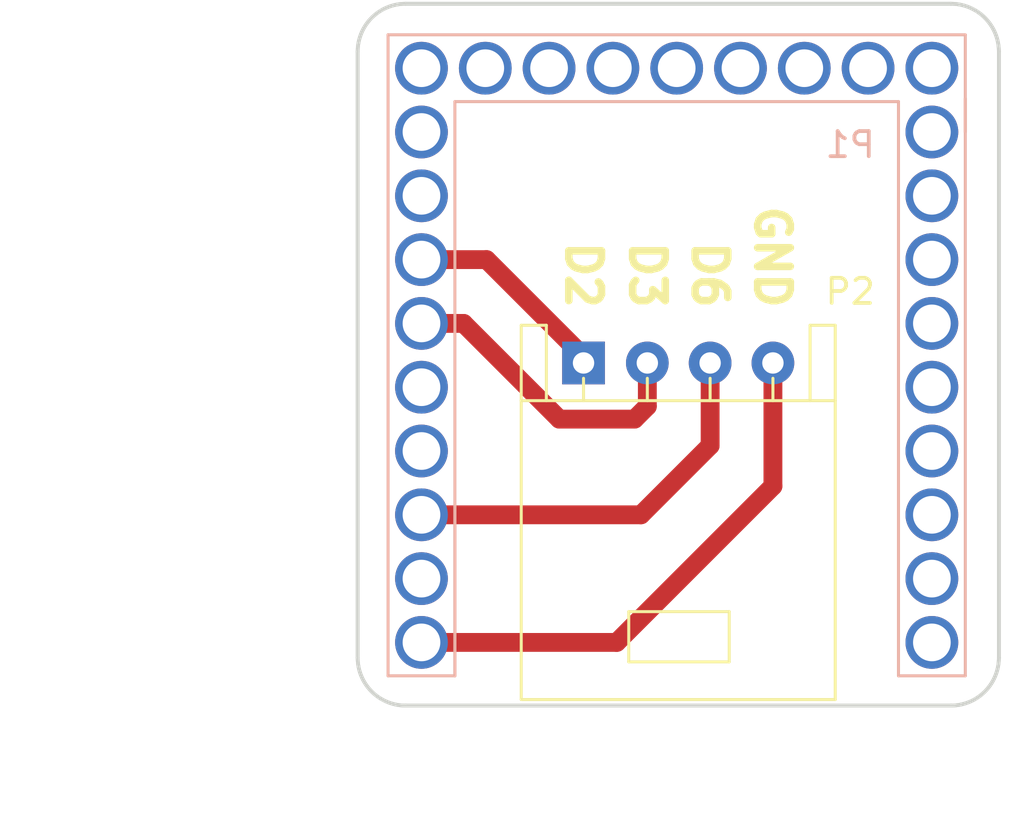
<source format=kicad_pcb>
(kicad_pcb (version 4) (host pcbnew 4.0.5)

  (general
    (links 4)
    (no_connects 0)
    (area 124.255401 62.662999 165.4744 97.616001)
    (thickness 1.6)
    (drawings 22)
    (tracks 14)
    (zones 0)
    (modules 2)
    (nets 28)
  )

  (page A4)
  (title_block
    (title "Microduino Digitale DE")
    (date "10 aprile 2017")
    (rev 0.0)
  )

  (layers
    (0 F.Cu signal)
    (31 B.Cu signal)
    (32 B.Adhes user)
    (33 F.Adhes user)
    (34 B.Paste user)
    (35 F.Paste user)
    (36 B.SilkS user)
    (37 F.SilkS user)
    (38 B.Mask user)
    (39 F.Mask user hide)
    (44 Edge.Cuts user)
    (45 Margin user)
    (46 B.CrtYd user)
    (47 F.CrtYd user)
    (48 B.Fab user)
    (49 F.Fab user)
  )

  (setup
    (last_trace_width 0.25)
    (user_trace_width 0.4)
    (user_trace_width 0.5)
    (user_trace_width 0.75)
    (user_trace_width 1)
    (user_trace_width 1.5)
    (user_trace_width 2)
    (user_trace_width 2.5)
    (user_trace_width 3)
    (trace_clearance 0.2)
    (zone_clearance 0.508)
    (zone_45_only no)
    (trace_min 0.2)
    (segment_width 0.15)
    (edge_width 0.15)
    (via_size 0.6)
    (via_drill 0.4)
    (via_min_size 0.4)
    (via_min_drill 0.3)
    (user_via 1 0.5)
    (user_via 1.2 0.6)
    (uvia_size 0.3)
    (uvia_drill 0.1)
    (uvias_allowed no)
    (uvia_min_size 0.2)
    (uvia_min_drill 0.1)
    (pcb_text_width 0.3)
    (pcb_text_size 1.5 1.5)
    (mod_edge_width 0.15)
    (mod_text_size 1 1)
    (mod_text_width 0.15)
    (pad_size 2.1 2.1)
    (pad_drill 1.5)
    (pad_to_mask_clearance 0.2)
    (aux_axis_origin 0 0)
    (grid_origin 126.111 104.775)
    (visible_elements 7FFEFFFF)
    (pcbplotparams
      (layerselection 0x00030_80000001)
      (usegerberextensions false)
      (excludeedgelayer true)
      (linewidth 0.100000)
      (plotframeref false)
      (viasonmask false)
      (mode 1)
      (useauxorigin false)
      (hpglpennumber 1)
      (hpglpenspeed 20)
      (hpglpendiameter 15)
      (hpglpenoverlay 2)
      (psnegative false)
      (psa4output false)
      (plotreference true)
      (plotvalue true)
      (plotinvisibletext false)
      (padsonsilk false)
      (subtractmaskfromsilk false)
      (outputformat 1)
      (mirror false)
      (drillshape 1)
      (scaleselection 1)
      (outputdirectory ""))
  )

  (net 0 "")
  (net 1 +5V)
  (net 2 +3V3)
  (net 3 /D7)
  (net 4 /D8)
  (net 5 /D9)
  (net 6 /D10)
  (net 7 /D11)
  (net 8 /D12)
  (net 9 /D13)
  (net 10 /D2)
  (net 11 /D3)
  (net 12 /REF)
  (net 13 /A0)
  (net 14 /A1)
  (net 15 /A2)
  (net 16 /A3)
  (net 17 /SDA)
  (net 18 /SCL)
  (net 19 /A6)
  (net 20 /A7)
  (net 21 /RX0)
  (net 22 /TX1)
  (net 23 /D4)
  (net 24 /D5)
  (net 25 /D6)
  (net 26 /RESET)
  (net 27 GND)

  (net_class Default "Questo è il gruppo di collegamenti predefinito"
    (clearance 0.2)
    (trace_width 0.25)
    (via_dia 0.6)
    (via_drill 0.4)
    (uvia_dia 0.3)
    (uvia_drill 0.1)
    (add_net +3V3)
    (add_net +5V)
    (add_net /A0)
    (add_net /A1)
    (add_net /A2)
    (add_net /A3)
    (add_net /A6)
    (add_net /A7)
    (add_net /D10)
    (add_net /D11)
    (add_net /D12)
    (add_net /D13)
    (add_net /D2)
    (add_net /D3)
    (add_net /D4)
    (add_net /D5)
    (add_net /D6)
    (add_net /D7)
    (add_net /D8)
    (add_net /D9)
    (add_net /REF)
    (add_net /RESET)
    (add_net /RX0)
    (add_net /SCL)
    (add_net /SDA)
    (add_net /TX1)
    (add_net GND)
  )

  (module Libreria_PCB_mia:Upin_27 (layer B.Cu) (tedit 58E8BE46) (tstamp 58E889C7)
    (at 161.5694 88.1634 180)
    (descr "Through hole straight socket strip, 1x09, 2.54mm pitch, single row")
    (tags "Through hole socket strip THT 1x09 2.54mm single row")
    (path /58E8C7EF)
    (fp_text reference P1 (at 3.2512 19.812 180) (layer B.SilkS)
      (effects (font (size 1 1) (thickness 0.15)) (justify mirror))
    )
    (fp_text value CONN_1x27 (at -2.83 10.17 450) (layer B.Fab)
      (effects (font (size 1 1) (thickness 0.15)) (justify mirror))
    )
    (fp_line (start 1.8 -1.78) (end 1.8 21.05) (layer B.CrtYd) (width 0.12))
    (fp_line (start 18.52 21.05) (end 1.8 21.05) (layer B.CrtYd) (width 0.12))
    (fp_line (start -1.27 24.13) (end -1.27 -1.27) (layer B.Fab) (width 0.12))
    (fp_line (start 1.27 -1.27) (end 1.27 21.59) (layer B.Fab) (width 0.12))
    (fp_line (start 1.27 21.59) (end 19.05 21.59) (layer B.Fab) (width 0.12))
    (fp_line (start 19.05 21.59) (end 19.05 -1.27) (layer B.Fab) (width 0.12))
    (fp_line (start 19.05 -1.27) (end 21.59 -1.27) (layer B.Fab) (width 0.12))
    (fp_line (start 21.59 -1.27) (end 21.59 24.13) (layer B.Fab) (width 0.12))
    (fp_line (start 21.59 24.13) (end -1.27 24.13) (layer B.Fab) (width 0.12))
    (fp_line (start 21.65 -1.33) (end 21.65 24.19) (layer B.SilkS) (width 0.12))
    (fp_line (start 21.65 24.19) (end -1.33 24.19) (layer B.SilkS) (width 0.12))
    (fp_line (start -1.33 -1.33) (end -1.33 24.19) (layer B.SilkS) (width 0.12))
    (fp_line (start 1.33 -1.33) (end 1.33 21.53) (layer B.SilkS) (width 0.12))
    (fp_line (start 1.33 21.53) (end 18.99 21.53) (layer B.SilkS) (width 0.12))
    (fp_line (start 18.99 -1.33) (end 18.99 21.53) (layer B.SilkS) (width 0.12))
    (fp_line (start 18.99 -1.33) (end 18.99 5.48) (layer B.SilkS) (width 0.12))
    (fp_line (start -1.8 24.67) (end 22.12 24.67) (layer B.CrtYd) (width 0.12))
    (fp_line (start -1.8 -1.78) (end -1.8 24.67) (layer B.CrtYd) (width 0.12))
    (fp_line (start 22.12 -1.78) (end 22.12 24.67) (layer B.CrtYd) (width 0.12))
    (fp_line (start 18.52 21.05) (end 18.52 -1.8) (layer B.CrtYd) (width 0.12))
    (fp_line (start 18.52 -1.8) (end 22.12 -1.8) (layer B.CrtYd) (width 0.12))
    (fp_line (start -1.27 -1.27) (end 1.27 -1.27) (layer B.Fab) (width 0.12))
    (fp_line (start -1.33 -1.33) (end 1.33 -1.33) (layer B.SilkS) (width 0.12))
    (fp_line (start 21.65 -1.33) (end 18.99 -1.33) (layer B.SilkS) (width 0.12))
    (fp_line (start -1.33 20.32) (end -1.33 21.65) (layer B.SilkS) (width 0.12))
    (fp_line (start -1.8 -1.78) (end 1.8 -1.78) (layer B.CrtYd) (width 0.12))
    (fp_text user %R (at 3.2512 19.812 180) (layer B.Fab)
      (effects (font (size 1 1) (thickness 0.15)) (justify mirror))
    )
    (pad 9 thru_hole circle (at 0 20.32 180) (size 2.1 2.1) (drill 1.5) (layers *.Cu *.Mask)
      (net 9 /D13))
    (pad 8 thru_hole circle (at 0 17.78 180) (size 2.1 2.1) (drill 1.5) (layers *.Cu *.Mask)
      (net 8 /D12))
    (pad 7 thru_hole circle (at 0 15.24 180) (size 2.1 2.1) (drill 1.5) (layers *.Cu *.Mask)
      (net 7 /D11))
    (pad 6 thru_hole circle (at 0 12.7 180) (size 2.1 2.1) (drill 1.5) (layers *.Cu *.Mask)
      (net 6 /D10))
    (pad 5 thru_hole circle (at 0 10.16 180) (size 2.1 2.1) (drill 1.5) (layers *.Cu *.Mask)
      (net 5 /D9))
    (pad 4 thru_hole circle (at 0 7.62 180) (size 2.1 2.1) (drill 1.5) (layers *.Cu *.Mask)
      (net 4 /D8))
    (pad 3 thru_hole circle (at 0 5.08 180) (size 2.1 2.1) (drill 1.5) (layers *.Cu *.Mask)
      (net 3 /D7))
    (pad 2 thru_hole circle (at 0 2.54 180) (size 2.1 2.1) (drill 1.5) (layers *.Cu *.Mask)
      (net 2 +3V3))
    (pad 1 thru_hole circle (at 0 0 180) (size 2.1 2.1) (drill 1.5) (layers *.Cu *.Mask)
      (net 1 +5V))
    (pad 10 thru_hole circle (at 0 22.86 180) (size 2.1 2.1) (drill 1.5) (layers *.Cu *.Mask)
      (net 12 /REF))
    (pad 11 thru_hole circle (at 2.54 22.86 180) (size 2.1 2.1) (drill 1.5) (layers *.Cu *.Mask)
      (net 13 /A0))
    (pad 12 thru_hole circle (at 5.08 22.86 180) (size 2.1 2.1) (drill 1.5) (layers *.Cu *.Mask)
      (net 14 /A1))
    (pad 13 thru_hole circle (at 7.62 22.86 180) (size 2.1 2.1) (drill 1.5) (layers *.Cu *.Mask)
      (net 15 /A2))
    (pad 14 thru_hole circle (at 10.16 22.86 180) (size 2.1 2.1) (drill 1.5) (layers *.Cu *.Mask)
      (net 16 /A3))
    (pad 15 thru_hole circle (at 12.7 22.86 180) (size 2.1 2.1) (drill 1.5) (layers *.Cu *.Mask)
      (net 17 /SDA))
    (pad 16 thru_hole circle (at 15.24 22.86 180) (size 2.1 2.1) (drill 1.5) (layers *.Cu *.Mask)
      (net 18 /SCL))
    (pad 17 thru_hole circle (at 17.78 22.86 180) (size 2.1 2.1) (drill 1.5) (layers *.Cu *.Mask)
      (net 19 /A6))
    (pad 18 thru_hole circle (at 20.32 22.86 180) (size 2.1 2.1) (drill 1.5) (layers *.Cu *.Mask)
      (net 20 /A7))
    (pad 19 thru_hole circle (at 20.32 20.32 180) (size 2.1 2.1) (drill 1.5) (layers *.Cu *.Mask)
      (net 21 /RX0))
    (pad 20 thru_hole circle (at 20.32 17.78 180) (size 2.1 2.1) (drill 1.5) (layers *.Cu *.Mask)
      (net 22 /TX1))
    (pad 21 thru_hole circle (at 20.32 15.24 180) (size 2.1 2.1) (drill 1.5) (layers *.Cu *.Mask)
      (net 10 /D2))
    (pad 22 thru_hole circle (at 20.32 12.7 180) (size 2.1 2.1) (drill 1.5) (layers *.Cu *.Mask)
      (net 11 /D3))
    (pad 23 thru_hole circle (at 20.32 10.16 180) (size 2.1 2.1) (drill 1.5) (layers *.Cu *.Mask)
      (net 23 /D4))
    (pad 24 thru_hole circle (at 20.32 7.62 180) (size 2.1 2.1) (drill 1.5) (layers *.Cu *.Mask)
      (net 24 /D5))
    (pad 25 thru_hole circle (at 20.32 5.08 180) (size 2.1 2.1) (drill 1.5) (layers *.Cu *.Mask)
      (net 25 /D6))
    (pad 26 thru_hole circle (at 20.32 2.54 180) (size 2.1 2.1) (drill 1.5) (layers *.Cu *.Mask)
      (net 26 /RESET))
    (pad 27 thru_hole circle (at 20.32 0 180) (size 2.1 2.1) (drill 1.5) (layers *.Cu *.Mask)
      (net 27 GND))
    (model ${KISYS3DMOD}/Socket_Strips.3dshapes/Socket_Strip_Straight_1x09_Pitch2.54mm.wrl
      (at (xyz 0 -0.4 0))
      (scale (xyz 1 1 1))
      (rotate (xyz 0 0 270))
    )
  )

  (module Libreria_PCB_mia:AMPMODUII_4pin_90° (layer F.Cu) (tedit 58E90A09) (tstamp 58E8BCDA)
    (at 147.701 77.0382)
    (descr "Horizontal AMP connector with 2.54mm pitch")
    (tags "connector horizontal")
    (path /58E8CD07)
    (fp_text reference P2 (at 10.6172 -2.8448) (layer F.SilkS)
      (effects (font (size 1 1) (thickness 0.15)))
    )
    (fp_text value CONN_01X04 (at 3.8 14.8) (layer F.Fab)
      (effects (font (size 1 1) (thickness 0.15)))
    )
    (fp_line (start -2.75 -1.75) (end 10.3 -1.75) (layer F.CrtYd) (width 0.05))
    (fp_line (start 1.8 11.9) (end 5.8 11.9) (layer F.SilkS) (width 0.12))
    (fp_line (start 5.8 11.9) (end 5.8 9.9) (layer F.SilkS) (width 0.12))
    (fp_line (start 5.8 9.9) (end 1.8 9.9) (layer F.SilkS) (width 0.12))
    (fp_line (start 1.8 9.9) (end 1.8 11.9) (layer F.SilkS) (width 0.12))
    (fp_line (start -2.75 13.7) (end -2.75 -1.75) (layer F.CrtYd) (width 0.05))
    (fp_line (start 10.3 -1.74) (end 10.3 13.7) (layer F.CrtYd) (width 0.05))
    (fp_line (start 10.3 13.7) (end -2.75 13.7) (layer F.CrtYd) (width 0.05))
    (fp_line (start 10.02 13.4) (end 10.02 1.5) (layer F.SilkS) (width 0.12))
    (fp_line (start -2.48 13.4) (end -2.48 1.5) (layer F.SilkS) (width 0.12))
    (fp_line (start -2.48 13.4) (end 10.02 13.4) (layer F.SilkS) (width 0.12))
    (fp_line (start 9.02 -1.5) (end 10.02 -1.5) (layer F.SilkS) (width 0.12))
    (fp_line (start 9.02 1.5) (end 9.02 -1.5) (layer F.SilkS) (width 0.12))
    (fp_line (start -1.48 -1.5) (end -2.48 -1.5) (layer F.SilkS) (width 0.12))
    (fp_line (start -1.48 1.5) (end -1.48 -1.5) (layer F.SilkS) (width 0.12))
    (fp_line (start -2.48 -1.5) (end -2.48 1.5) (layer F.SilkS) (width 0.12))
    (fp_line (start 10.02 -1.5) (end 10.02 1.5) (layer F.SilkS) (width 0.12))
    (fp_line (start 10.02 1.5) (end -2.48 1.5) (layer F.SilkS) (width 0.12))
    (fp_line (start 7.54 1.5) (end 7.54 0.61) (layer F.SilkS) (width 0.12))
    (fp_line (start 5.04 1.5) (end 5.04 0.61) (layer F.SilkS) (width 0.12))
    (fp_line (start 2.54 1.5) (end 2.54 0.61) (layer F.SilkS) (width 0.12))
    (fp_line (start 0 1.5) (end 0 0.61) (layer F.SilkS) (width 0.12))
    (pad 1 thru_hole rect (at 0 0) (size 1.7 1.7) (drill 0.85) (layers *.Cu *.Mask)
      (net 10 /D2))
    (pad 2 thru_hole circle (at 2.54 0) (size 1.7 1.7) (drill 0.85) (layers *.Cu *.Mask)
      (net 11 /D3))
    (pad 3 thru_hole circle (at 5.04 0) (size 1.7 1.7) (drill 0.85) (layers *.Cu *.Mask)
      (net 25 /D6))
    (pad 4 thru_hole circle (at 7.54 0) (size 1.7 1.7) (drill 0.85) (layers *.Cu *.Mask)
      (net 27 GND))
    (model Connectors.3dshapes/Wafer_Horizontal17.5x5.8x7RM2.5-6.wrl
      (at (xyz 0 0 0))
      (scale (xyz 4 4 4))
      (rotate (xyz 0 0 0))
    )
  )

  (gr_text "GND\n" (at 155.2194 72.8218 270) (layer F.SilkS)
    (effects (font (size 1.3 1.3) (thickness 0.3)))
  )
  (gr_text D6 (at 152.7302 73.533 270) (layer F.SilkS)
    (effects (font (size 1.3 1.3) (thickness 0.3)))
  )
  (gr_text D3 (at 150.241 73.533 270) (layer F.SilkS)
    (effects (font (size 1.3 1.3) (thickness 0.3)))
  )
  (gr_text D2 (at 147.701 73.533 270) (layer F.SilkS)
    (effects (font (size 1.3 1.3) (thickness 0.3)))
  )
  (gr_arc (start 162.3314 64.643) (end 162.3314 62.738) (angle 90) (layer Edge.Cuts) (width 0.15) (tstamp 58E794C0))
  (gr_arc (start 140.6144 88.773) (end 140.6144 90.678) (angle 90) (layer Edge.Cuts) (width 0.15) (tstamp 58E794BF))
  (gr_arc (start 140.6144 64.643) (end 138.7094 64.643) (angle 90) (layer Edge.Cuts) (width 0.15) (tstamp 58E794BE))
  (gr_arc (start 162.3314 88.773) (end 164.2364 88.773) (angle 90) (layer Edge.Cuts) (width 0.15) (tstamp 58E794BD))
  (gr_line (start 162.3314 90.678) (end 140.6144 90.678) (angle 90) (layer Edge.Cuts) (width 0.15) (tstamp 58E794BC))
  (gr_line (start 138.7094 88.773) (end 138.7094 64.643) (angle 90) (layer Edge.Cuts) (width 0.15) (tstamp 58E794BB))
  (gr_line (start 140.6144 62.738) (end 162.3314 62.738) (angle 90) (layer Edge.Cuts) (width 0.15) (tstamp 58E794BA))
  (gr_line (start 164.2364 64.643) (end 164.2364 88.773) (angle 90) (layer Edge.Cuts) (width 0.15) (tstamp 58E794B9))
  (gr_line (start 164.2364 64.643) (end 164.2364 88.773) (angle 90) (layer Edge.Cuts) (width 0.15))
  (gr_line (start 140.6144 62.738) (end 162.3314 62.738) (angle 90) (layer Edge.Cuts) (width 0.15))
  (gr_line (start 138.7094 88.773) (end 138.7094 64.643) (angle 90) (layer Edge.Cuts) (width 0.15))
  (gr_line (start 162.3314 90.678) (end 140.6144 90.678) (angle 90) (layer Edge.Cuts) (width 0.15))
  (gr_arc (start 162.3314 88.773) (end 164.2364 88.773) (angle 90) (layer Edge.Cuts) (width 0.15) (tstamp 58DCB572))
  (gr_arc (start 140.6144 64.643) (end 138.7094 64.643) (angle 90) (layer Edge.Cuts) (width 0.15) (tstamp 58DCB570))
  (gr_arc (start 140.6144 88.773) (end 140.6144 90.678) (angle 90) (layer Edge.Cuts) (width 0.15) (tstamp 58DCB56C))
  (gr_arc (start 162.3314 64.643) (end 162.3314 62.738) (angle 90) (layer Edge.Cuts) (width 0.15))
  (dimension 27.94 (width 0.3) (layer F.Fab)
    (gr_text "27,940 mm" (at 130.7554 76.708 270) (layer F.Fab)
      (effects (font (size 1.5 1.5) (thickness 0.3)))
    )
    (feature1 (pts (xy 134.1374 90.678) (xy 129.4054 90.678)))
    (feature2 (pts (xy 134.1374 62.738) (xy 129.4054 62.738)))
    (crossbar (pts (xy 132.1054 62.738) (xy 132.1054 90.678)))
    (arrow1a (pts (xy 132.1054 90.678) (xy 131.518979 89.551496)))
    (arrow1b (pts (xy 132.1054 90.678) (xy 132.691821 89.551496)))
    (arrow2a (pts (xy 132.1054 62.738) (xy 131.518979 63.864504)))
    (arrow2b (pts (xy 132.1054 62.738) (xy 132.691821 63.864504)))
  )
  (dimension 25.527 (width 0.3) (layer F.Fab)
    (gr_text "25,527 mm" (at 151.0284 96.266) (layer F.Fab) (tstamp 58DCB33B)
      (effects (font (size 1.5 1.5) (thickness 0.3)))
    )
    (feature1 (pts (xy 138.8364 92.456) (xy 138.8364 97.568999)))
    (feature2 (pts (xy 164.3634 92.456) (xy 164.3634 97.568999)))
    (crossbar (pts (xy 164.3634 94.868999) (xy 138.8364 94.868999)))
    (arrow1a (pts (xy 138.8364 94.868999) (xy 139.962904 94.282578)))
    (arrow1b (pts (xy 138.8364 94.868999) (xy 139.962904 95.45542)))
    (arrow2a (pts (xy 164.3634 94.868999) (xy 163.236896 94.282578)))
    (arrow2b (pts (xy 164.3634 94.868999) (xy 163.236896 95.45542)))
  )

  (segment (start 147.701 77.0382) (end 147.701 76.7842) (width 0.75) (layer F.Cu) (net 10))
  (segment (start 147.701 76.7842) (end 143.8402 72.9234) (width 0.75) (layer F.Cu) (net 10) (tstamp 58E909E7))
  (segment (start 143.8402 72.9234) (end 141.2494 72.9234) (width 0.75) (layer F.Cu) (net 10) (tstamp 58E909E8))
  (segment (start 150.241 77.0382) (end 150.241 78.7654) (width 0.75) (layer F.Cu) (net 11))
  (segment (start 142.9258 75.4634) (end 141.2494 75.4634) (width 0.75) (layer F.Cu) (net 11) (tstamp 58E909ED))
  (segment (start 146.7358 79.2734) (end 142.9258 75.4634) (width 0.75) (layer F.Cu) (net 11) (tstamp 58E909EC))
  (segment (start 149.733 79.2734) (end 146.7358 79.2734) (width 0.75) (layer F.Cu) (net 11) (tstamp 58E909EB))
  (segment (start 150.241 78.7654) (end 149.733 79.2734) (width 0.75) (layer F.Cu) (net 11) (tstamp 58E909EA))
  (segment (start 152.741 77.0382) (end 152.741 80.3294) (width 0.75) (layer F.Cu) (net 25))
  (segment (start 149.987 83.0834) (end 141.2494 83.0834) (width 0.75) (layer F.Cu) (net 25) (tstamp 58E909F0))
  (segment (start 152.741 80.3294) (end 149.987 83.0834) (width 0.75) (layer F.Cu) (net 25) (tstamp 58E909EF))
  (segment (start 141.2494 88.1634) (end 149.0218 88.1634) (width 0.75) (layer F.Cu) (net 27))
  (segment (start 155.241 81.9442) (end 155.241 77.0382) (width 0.75) (layer F.Cu) (net 27) (tstamp 58E909E4))
  (segment (start 149.0218 88.1634) (end 155.241 81.9442) (width 0.75) (layer F.Cu) (net 27) (tstamp 58E909E2))

)

</source>
